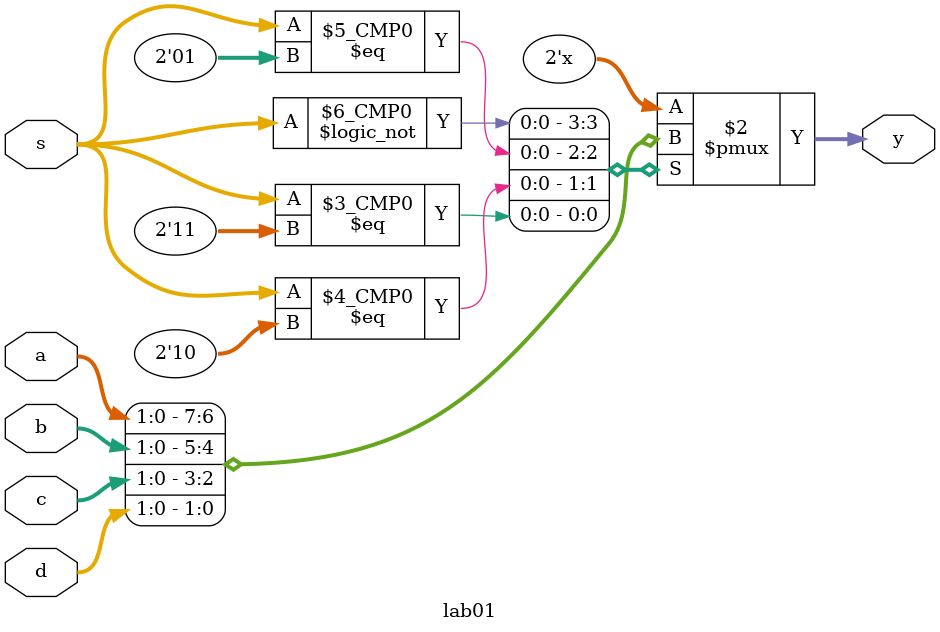
<source format=v>
module lab01(a,b,c,d,s,y);
		input [1:0]a;//2位第一个变量
		input [1:0]b;//2位第二个变量
		input [1:0]c;//2位第三个变量
		input [1:0]d;//2位第四个变量
		input	[1:0]s;//2位选择控制变量
		output reg[1:0]y;//输出寄存器变量

		
		always @ (a or b or c or d or s)
		case (s)
		0:y=a;
		1:y=b;
		2:y=c;
		3:y=d;
		default: y=2'b00;
		endcase
		
endmodule
</source>
